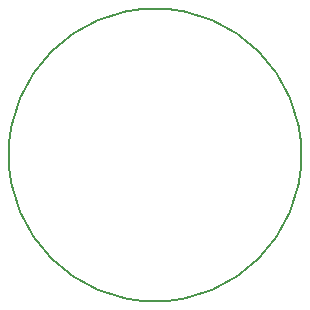
<source format=gm1>
G04 #@! TF.GenerationSoftware,KiCad,Pcbnew,5.0.0*
G04 #@! TF.CreationDate,2018-09-10T00:09:20+02:00*
G04 #@! TF.ProjectId,preamp,707265616D702E6B696361645F706362,rev?*
G04 #@! TF.SameCoordinates,Original*
G04 #@! TF.FileFunction,Profile,NP*
%FSLAX46Y46*%
G04 Gerber Fmt 4.6, Leading zero omitted, Abs format (unit mm)*
G04 Created by KiCad (PCBNEW 5.0.0) date Mon Sep 10 00:09:20 2018*
%MOMM*%
%LPD*%
G01*
G04 APERTURE LIST*
%ADD10C,0.200000*%
G04 APERTURE END LIST*
D10*
X112400000Y-100000000D02*
G75*
G03X112400000Y-100000000I-12400000J0D01*
G01*
M02*

</source>
